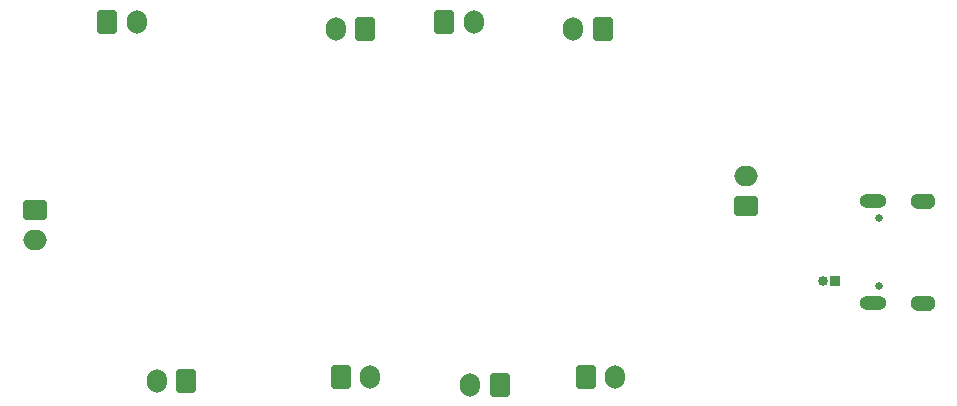
<source format=gbr>
%TF.GenerationSoftware,KiCad,Pcbnew,8.0.8*%
%TF.CreationDate,2025-02-07T06:01:23-05:00*%
%TF.ProjectId,power-delivery-board,706f7765-722d-4646-956c-69766572792d,rev?*%
%TF.SameCoordinates,Original*%
%TF.FileFunction,Soldermask,Bot*%
%TF.FilePolarity,Negative*%
%FSLAX46Y46*%
G04 Gerber Fmt 4.6, Leading zero omitted, Abs format (unit mm)*
G04 Created by KiCad (PCBNEW 8.0.8) date 2025-02-07 06:01:23*
%MOMM*%
%LPD*%
G01*
G04 APERTURE LIST*
G04 Aperture macros list*
%AMRoundRect*
0 Rectangle with rounded corners*
0 $1 Rounding radius*
0 $2 $3 $4 $5 $6 $7 $8 $9 X,Y pos of 4 corners*
0 Add a 4 corners polygon primitive as box body*
4,1,4,$2,$3,$4,$5,$6,$7,$8,$9,$2,$3,0*
0 Add four circle primitives for the rounded corners*
1,1,$1+$1,$2,$3*
1,1,$1+$1,$4,$5*
1,1,$1+$1,$6,$7*
1,1,$1+$1,$8,$9*
0 Add four rect primitives between the rounded corners*
20,1,$1+$1,$2,$3,$4,$5,0*
20,1,$1+$1,$4,$5,$6,$7,0*
20,1,$1+$1,$6,$7,$8,$9,0*
20,1,$1+$1,$8,$9,$2,$3,0*%
G04 Aperture macros list end*
%ADD10C,0.010000*%
%ADD11RoundRect,0.250000X0.600000X0.750000X-0.600000X0.750000X-0.600000X-0.750000X0.600000X-0.750000X0*%
%ADD12O,1.700000X2.000000*%
%ADD13RoundRect,0.250000X-0.600000X-0.750000X0.600000X-0.750000X0.600000X0.750000X-0.600000X0.750000X0*%
%ADD14R,0.850000X0.850000*%
%ADD15O,0.850000X0.850000*%
%ADD16RoundRect,0.250000X-0.750000X0.600000X-0.750000X-0.600000X0.750000X-0.600000X0.750000X0.600000X0*%
%ADD17O,2.000000X1.700000*%
%ADD18C,0.650000*%
%ADD19O,2.304000X1.204000*%
%ADD20RoundRect,0.250000X0.750000X-0.600000X0.750000X0.600000X-0.750000X0.600000X-0.750000X-0.600000X0*%
G04 APERTURE END LIST*
D10*
%TO.C,P1*%
X185730902Y-83513500D02*
X185762902Y-83515500D01*
X185793902Y-83519500D01*
X185824902Y-83525500D01*
X185854902Y-83532500D01*
X185884902Y-83541500D01*
X185914902Y-83552500D01*
X185943902Y-83564500D01*
X185971902Y-83577500D01*
X185999902Y-83592500D01*
X186026902Y-83609500D01*
X186052902Y-83627500D01*
X186077902Y-83646500D01*
X186100902Y-83666500D01*
X186123902Y-83688500D01*
X186145902Y-83711500D01*
X186165902Y-83734500D01*
X186184902Y-83759500D01*
X186202902Y-83785500D01*
X186219902Y-83812500D01*
X186234902Y-83840500D01*
X186247902Y-83868500D01*
X186259902Y-83897500D01*
X186270902Y-83927500D01*
X186279902Y-83957500D01*
X186286902Y-83987500D01*
X186292902Y-84018500D01*
X186296902Y-84049500D01*
X186298902Y-84081500D01*
X186299902Y-84112500D01*
X186298902Y-84143500D01*
X186296902Y-84175500D01*
X186292902Y-84206500D01*
X186286902Y-84237500D01*
X186279902Y-84267500D01*
X186270902Y-84297500D01*
X186259902Y-84327500D01*
X186247902Y-84356500D01*
X186234902Y-84384500D01*
X186219902Y-84412500D01*
X186202902Y-84439500D01*
X186184902Y-84465500D01*
X186165902Y-84490500D01*
X186145902Y-84513500D01*
X186123902Y-84536500D01*
X186100902Y-84558500D01*
X186077902Y-84578500D01*
X186052902Y-84597500D01*
X186026902Y-84615500D01*
X185999902Y-84632500D01*
X185971902Y-84647500D01*
X185943902Y-84660500D01*
X185914902Y-84672500D01*
X185884902Y-84683500D01*
X185854902Y-84692500D01*
X185824902Y-84699500D01*
X185793902Y-84705500D01*
X185762902Y-84709500D01*
X185730902Y-84711500D01*
X185699902Y-84712500D01*
X185299902Y-84712500D01*
X184899902Y-84712500D01*
X184868902Y-84711500D01*
X184836902Y-84709500D01*
X184805902Y-84705500D01*
X184774902Y-84699500D01*
X184744902Y-84692500D01*
X184714902Y-84683500D01*
X184684902Y-84672500D01*
X184655902Y-84660500D01*
X184627902Y-84647500D01*
X184599902Y-84632500D01*
X184572902Y-84615500D01*
X184546902Y-84597500D01*
X184521902Y-84578500D01*
X184498902Y-84558500D01*
X184475902Y-84536500D01*
X184453902Y-84513500D01*
X184433902Y-84490500D01*
X184414902Y-84465500D01*
X184396902Y-84439500D01*
X184379902Y-84412500D01*
X184364902Y-84384500D01*
X184351902Y-84356500D01*
X184339902Y-84327500D01*
X184328902Y-84297500D01*
X184319902Y-84267500D01*
X184312902Y-84237500D01*
X184306902Y-84206500D01*
X184302902Y-84175500D01*
X184300902Y-84143500D01*
X184299902Y-84112500D01*
X184300902Y-84081500D01*
X184302902Y-84049500D01*
X184306902Y-84018500D01*
X184312902Y-83987500D01*
X184319902Y-83957500D01*
X184328902Y-83927500D01*
X184339902Y-83897500D01*
X184351902Y-83868500D01*
X184364902Y-83840500D01*
X184379902Y-83812500D01*
X184396902Y-83785500D01*
X184414902Y-83759500D01*
X184433902Y-83734500D01*
X184453902Y-83711500D01*
X184475902Y-83688500D01*
X184498902Y-83666500D01*
X184521902Y-83646500D01*
X184546902Y-83627500D01*
X184572902Y-83609500D01*
X184599902Y-83592500D01*
X184627902Y-83577500D01*
X184655902Y-83564500D01*
X184684902Y-83552500D01*
X184714902Y-83541500D01*
X184744902Y-83532500D01*
X184774902Y-83525500D01*
X184805902Y-83519500D01*
X184836902Y-83515500D01*
X184868902Y-83513500D01*
X184899902Y-83512500D01*
X185299902Y-83512500D01*
X185699902Y-83512500D01*
X185730902Y-83513500D01*
G36*
X185730902Y-83513500D02*
G01*
X185762902Y-83515500D01*
X185793902Y-83519500D01*
X185824902Y-83525500D01*
X185854902Y-83532500D01*
X185884902Y-83541500D01*
X185914902Y-83552500D01*
X185943902Y-83564500D01*
X185971902Y-83577500D01*
X185999902Y-83592500D01*
X186026902Y-83609500D01*
X186052902Y-83627500D01*
X186077902Y-83646500D01*
X186100902Y-83666500D01*
X186123902Y-83688500D01*
X186145902Y-83711500D01*
X186165902Y-83734500D01*
X186184902Y-83759500D01*
X186202902Y-83785500D01*
X186219902Y-83812500D01*
X186234902Y-83840500D01*
X186247902Y-83868500D01*
X186259902Y-83897500D01*
X186270902Y-83927500D01*
X186279902Y-83957500D01*
X186286902Y-83987500D01*
X186292902Y-84018500D01*
X186296902Y-84049500D01*
X186298902Y-84081500D01*
X186299902Y-84112500D01*
X186298902Y-84143500D01*
X186296902Y-84175500D01*
X186292902Y-84206500D01*
X186286902Y-84237500D01*
X186279902Y-84267500D01*
X186270902Y-84297500D01*
X186259902Y-84327500D01*
X186247902Y-84356500D01*
X186234902Y-84384500D01*
X186219902Y-84412500D01*
X186202902Y-84439500D01*
X186184902Y-84465500D01*
X186165902Y-84490500D01*
X186145902Y-84513500D01*
X186123902Y-84536500D01*
X186100902Y-84558500D01*
X186077902Y-84578500D01*
X186052902Y-84597500D01*
X186026902Y-84615500D01*
X185999902Y-84632500D01*
X185971902Y-84647500D01*
X185943902Y-84660500D01*
X185914902Y-84672500D01*
X185884902Y-84683500D01*
X185854902Y-84692500D01*
X185824902Y-84699500D01*
X185793902Y-84705500D01*
X185762902Y-84709500D01*
X185730902Y-84711500D01*
X185699902Y-84712500D01*
X185299902Y-84712500D01*
X184899902Y-84712500D01*
X184868902Y-84711500D01*
X184836902Y-84709500D01*
X184805902Y-84705500D01*
X184774902Y-84699500D01*
X184744902Y-84692500D01*
X184714902Y-84683500D01*
X184684902Y-84672500D01*
X184655902Y-84660500D01*
X184627902Y-84647500D01*
X184599902Y-84632500D01*
X184572902Y-84615500D01*
X184546902Y-84597500D01*
X184521902Y-84578500D01*
X184498902Y-84558500D01*
X184475902Y-84536500D01*
X184453902Y-84513500D01*
X184433902Y-84490500D01*
X184414902Y-84465500D01*
X184396902Y-84439500D01*
X184379902Y-84412500D01*
X184364902Y-84384500D01*
X184351902Y-84356500D01*
X184339902Y-84327500D01*
X184328902Y-84297500D01*
X184319902Y-84267500D01*
X184312902Y-84237500D01*
X184306902Y-84206500D01*
X184302902Y-84175500D01*
X184300902Y-84143500D01*
X184299902Y-84112500D01*
X184300902Y-84081500D01*
X184302902Y-84049500D01*
X184306902Y-84018500D01*
X184312902Y-83987500D01*
X184319902Y-83957500D01*
X184328902Y-83927500D01*
X184339902Y-83897500D01*
X184351902Y-83868500D01*
X184364902Y-83840500D01*
X184379902Y-83812500D01*
X184396902Y-83785500D01*
X184414902Y-83759500D01*
X184433902Y-83734500D01*
X184453902Y-83711500D01*
X184475902Y-83688500D01*
X184498902Y-83666500D01*
X184521902Y-83646500D01*
X184546902Y-83627500D01*
X184572902Y-83609500D01*
X184599902Y-83592500D01*
X184627902Y-83577500D01*
X184655902Y-83564500D01*
X184684902Y-83552500D01*
X184714902Y-83541500D01*
X184744902Y-83532500D01*
X184774902Y-83525500D01*
X184805902Y-83519500D01*
X184836902Y-83515500D01*
X184868902Y-83513500D01*
X184899902Y-83512500D01*
X185299902Y-83512500D01*
X185699902Y-83512500D01*
X185730902Y-83513500D01*
G37*
X185730902Y-92153500D02*
X185762902Y-92155500D01*
X185793902Y-92159500D01*
X185824902Y-92165500D01*
X185854902Y-92172500D01*
X185884902Y-92181500D01*
X185914902Y-92192500D01*
X185943902Y-92204500D01*
X185971902Y-92217500D01*
X185999902Y-92232500D01*
X186026902Y-92249500D01*
X186052902Y-92267500D01*
X186077902Y-92286500D01*
X186100902Y-92306500D01*
X186123902Y-92328500D01*
X186145902Y-92351500D01*
X186165902Y-92374500D01*
X186184902Y-92399500D01*
X186202902Y-92425500D01*
X186219902Y-92452500D01*
X186234902Y-92480500D01*
X186247902Y-92508500D01*
X186259902Y-92537500D01*
X186270902Y-92567500D01*
X186279902Y-92597500D01*
X186286902Y-92627500D01*
X186292902Y-92658500D01*
X186296902Y-92689500D01*
X186298902Y-92721500D01*
X186299902Y-92752500D01*
X186298902Y-92783500D01*
X186296902Y-92815500D01*
X186292902Y-92846500D01*
X186286902Y-92877500D01*
X186279902Y-92907500D01*
X186270902Y-92937500D01*
X186259902Y-92967500D01*
X186247902Y-92996500D01*
X186234902Y-93024500D01*
X186219902Y-93052500D01*
X186202902Y-93079500D01*
X186184902Y-93105500D01*
X186165902Y-93130500D01*
X186145902Y-93153500D01*
X186123902Y-93176500D01*
X186100902Y-93198500D01*
X186077902Y-93218500D01*
X186052902Y-93237500D01*
X186026902Y-93255500D01*
X185999902Y-93272500D01*
X185971902Y-93287500D01*
X185943902Y-93300500D01*
X185914902Y-93312500D01*
X185884902Y-93323500D01*
X185854902Y-93332500D01*
X185824902Y-93339500D01*
X185793902Y-93345500D01*
X185762902Y-93349500D01*
X185730902Y-93351500D01*
X185699902Y-93352500D01*
X185299902Y-93352500D01*
X184899902Y-93352500D01*
X184868902Y-93351500D01*
X184836902Y-93349500D01*
X184805902Y-93345500D01*
X184774902Y-93339500D01*
X184744902Y-93332500D01*
X184714902Y-93323500D01*
X184684902Y-93312500D01*
X184655902Y-93300500D01*
X184627902Y-93287500D01*
X184599902Y-93272500D01*
X184572902Y-93255500D01*
X184546902Y-93237500D01*
X184521902Y-93218500D01*
X184498902Y-93198500D01*
X184475902Y-93176500D01*
X184453902Y-93153500D01*
X184433902Y-93130500D01*
X184414902Y-93105500D01*
X184396902Y-93079500D01*
X184379902Y-93052500D01*
X184364902Y-93024500D01*
X184351902Y-92996500D01*
X184339902Y-92967500D01*
X184328902Y-92937500D01*
X184319902Y-92907500D01*
X184312902Y-92877500D01*
X184306902Y-92846500D01*
X184302902Y-92815500D01*
X184300902Y-92783500D01*
X184299902Y-92752500D01*
X184300902Y-92721500D01*
X184302902Y-92689500D01*
X184306902Y-92658500D01*
X184312902Y-92627500D01*
X184319902Y-92597500D01*
X184328902Y-92567500D01*
X184339902Y-92537500D01*
X184351902Y-92508500D01*
X184364902Y-92480500D01*
X184379902Y-92452500D01*
X184396902Y-92425500D01*
X184414902Y-92399500D01*
X184433902Y-92374500D01*
X184453902Y-92351500D01*
X184475902Y-92328500D01*
X184498902Y-92306500D01*
X184521902Y-92286500D01*
X184546902Y-92267500D01*
X184572902Y-92249500D01*
X184599902Y-92232500D01*
X184627902Y-92217500D01*
X184655902Y-92204500D01*
X184684902Y-92192500D01*
X184714902Y-92181500D01*
X184744902Y-92172500D01*
X184774902Y-92165500D01*
X184805902Y-92159500D01*
X184836902Y-92155500D01*
X184868902Y-92153500D01*
X184899902Y-92152500D01*
X185299902Y-92152500D01*
X185699902Y-92152500D01*
X185730902Y-92153500D01*
G36*
X185730902Y-92153500D02*
G01*
X185762902Y-92155500D01*
X185793902Y-92159500D01*
X185824902Y-92165500D01*
X185854902Y-92172500D01*
X185884902Y-92181500D01*
X185914902Y-92192500D01*
X185943902Y-92204500D01*
X185971902Y-92217500D01*
X185999902Y-92232500D01*
X186026902Y-92249500D01*
X186052902Y-92267500D01*
X186077902Y-92286500D01*
X186100902Y-92306500D01*
X186123902Y-92328500D01*
X186145902Y-92351500D01*
X186165902Y-92374500D01*
X186184902Y-92399500D01*
X186202902Y-92425500D01*
X186219902Y-92452500D01*
X186234902Y-92480500D01*
X186247902Y-92508500D01*
X186259902Y-92537500D01*
X186270902Y-92567500D01*
X186279902Y-92597500D01*
X186286902Y-92627500D01*
X186292902Y-92658500D01*
X186296902Y-92689500D01*
X186298902Y-92721500D01*
X186299902Y-92752500D01*
X186298902Y-92783500D01*
X186296902Y-92815500D01*
X186292902Y-92846500D01*
X186286902Y-92877500D01*
X186279902Y-92907500D01*
X186270902Y-92937500D01*
X186259902Y-92967500D01*
X186247902Y-92996500D01*
X186234902Y-93024500D01*
X186219902Y-93052500D01*
X186202902Y-93079500D01*
X186184902Y-93105500D01*
X186165902Y-93130500D01*
X186145902Y-93153500D01*
X186123902Y-93176500D01*
X186100902Y-93198500D01*
X186077902Y-93218500D01*
X186052902Y-93237500D01*
X186026902Y-93255500D01*
X185999902Y-93272500D01*
X185971902Y-93287500D01*
X185943902Y-93300500D01*
X185914902Y-93312500D01*
X185884902Y-93323500D01*
X185854902Y-93332500D01*
X185824902Y-93339500D01*
X185793902Y-93345500D01*
X185762902Y-93349500D01*
X185730902Y-93351500D01*
X185699902Y-93352500D01*
X185299902Y-93352500D01*
X184899902Y-93352500D01*
X184868902Y-93351500D01*
X184836902Y-93349500D01*
X184805902Y-93345500D01*
X184774902Y-93339500D01*
X184744902Y-93332500D01*
X184714902Y-93323500D01*
X184684902Y-93312500D01*
X184655902Y-93300500D01*
X184627902Y-93287500D01*
X184599902Y-93272500D01*
X184572902Y-93255500D01*
X184546902Y-93237500D01*
X184521902Y-93218500D01*
X184498902Y-93198500D01*
X184475902Y-93176500D01*
X184453902Y-93153500D01*
X184433902Y-93130500D01*
X184414902Y-93105500D01*
X184396902Y-93079500D01*
X184379902Y-93052500D01*
X184364902Y-93024500D01*
X184351902Y-92996500D01*
X184339902Y-92967500D01*
X184328902Y-92937500D01*
X184319902Y-92907500D01*
X184312902Y-92877500D01*
X184306902Y-92846500D01*
X184302902Y-92815500D01*
X184300902Y-92783500D01*
X184299902Y-92752500D01*
X184300902Y-92721500D01*
X184302902Y-92689500D01*
X184306902Y-92658500D01*
X184312902Y-92627500D01*
X184319902Y-92597500D01*
X184328902Y-92567500D01*
X184339902Y-92537500D01*
X184351902Y-92508500D01*
X184364902Y-92480500D01*
X184379902Y-92452500D01*
X184396902Y-92425500D01*
X184414902Y-92399500D01*
X184433902Y-92374500D01*
X184453902Y-92351500D01*
X184475902Y-92328500D01*
X184498902Y-92306500D01*
X184521902Y-92286500D01*
X184546902Y-92267500D01*
X184572902Y-92249500D01*
X184599902Y-92232500D01*
X184627902Y-92217500D01*
X184655902Y-92204500D01*
X184684902Y-92192500D01*
X184714902Y-92181500D01*
X184744902Y-92172500D01*
X184774902Y-92165500D01*
X184805902Y-92159500D01*
X184836902Y-92155500D01*
X184868902Y-92153500D01*
X184899902Y-92152500D01*
X185299902Y-92152500D01*
X185699902Y-92152500D01*
X185730902Y-92153500D01*
G37*
%TD*%
D11*
%TO.C,J5*%
X149504590Y-99666400D03*
D12*
X147004590Y-99666400D03*
%TD*%
D13*
%TO.C,J10*%
X156790302Y-99066400D03*
D12*
X159290302Y-99066400D03*
%TD*%
D14*
%TO.C,J2*%
X177883102Y-90905698D03*
D15*
X176883102Y-90905698D03*
%TD*%
D11*
%TO.C,J4*%
X122948845Y-99404083D03*
D12*
X120448845Y-99404083D03*
%TD*%
D16*
%TO.C,J1*%
X110116892Y-84914966D03*
D17*
X110116892Y-87414966D03*
%TD*%
D13*
%TO.C,J8*%
X136046302Y-99066400D03*
D12*
X138546302Y-99066400D03*
%TD*%
D18*
%TO.C,P1*%
X181619902Y-91322500D03*
X181619902Y-85542500D03*
D19*
X181119902Y-92752500D03*
X181119902Y-84112500D03*
%TD*%
D11*
%TO.C,J7*%
X138117502Y-69542000D03*
D12*
X135617502Y-69542000D03*
%TD*%
D13*
%TO.C,J9*%
X144801502Y-68942000D03*
D12*
X147301502Y-68942000D03*
%TD*%
D11*
%TO.C,J6*%
X158203502Y-69542000D03*
D12*
X155703502Y-69542000D03*
%TD*%
D13*
%TO.C,J11*%
X116272002Y-68942000D03*
D12*
X118772002Y-68942000D03*
%TD*%
D20*
%TO.C,J3*%
X170369502Y-84551700D03*
D17*
X170369502Y-82051700D03*
%TD*%
M02*

</source>
